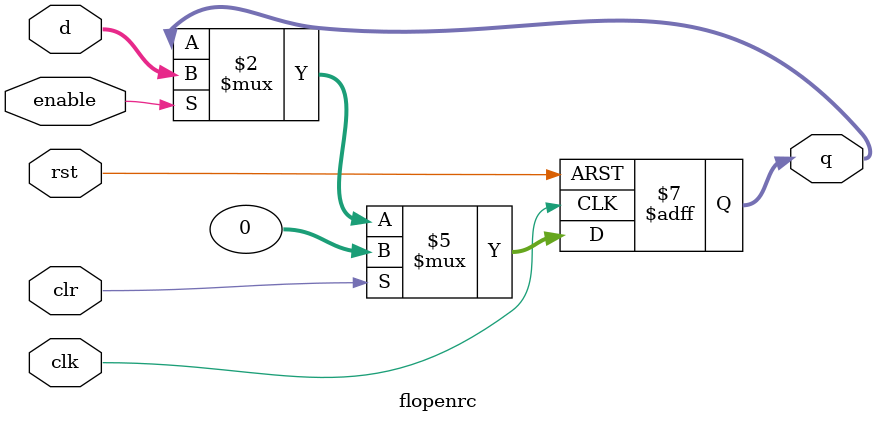
<source format=v>
`timescale 1ns / 1ps


module flopenrc
#(
    parameter WIDTH = 32
)
(
    input wire clk,rst,enable,clr,
    input wire [WIDTH -1 : 0] d,
    output reg [WIDTH -1 : 0] q
);
    always@(posedge clk,posedge rst) begin
        if(rst)
            q <= 0;
        else if(clr)
            q <= 0;
        else if(enable)
            q <= d;
    end
endmodule

</source>
